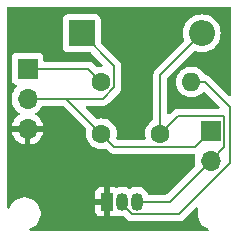
<source format=gtl>
G04 #@! TF.GenerationSoftware,KiCad,Pcbnew,8.0.4*
G04 #@! TF.CreationDate,2024-08-04T13:10:15-04:00*
G04 #@! TF.ProjectId,WormshakerPCB,576f726d-7368-4616-9b65-725043422e6b,rev?*
G04 #@! TF.SameCoordinates,Original*
G04 #@! TF.FileFunction,Copper,L1,Top*
G04 #@! TF.FilePolarity,Positive*
%FSLAX46Y46*%
G04 Gerber Fmt 4.6, Leading zero omitted, Abs format (unit mm)*
G04 Created by KiCad (PCBNEW 8.0.4) date 2024-08-04 13:10:15*
%MOMM*%
%LPD*%
G01*
G04 APERTURE LIST*
G04 #@! TA.AperFunction,ComponentPad*
%ADD10C,1.600000*%
G04 #@! TD*
G04 #@! TA.AperFunction,ComponentPad*
%ADD11R,2.200000X2.200000*%
G04 #@! TD*
G04 #@! TA.AperFunction,ComponentPad*
%ADD12O,2.200000X2.200000*%
G04 #@! TD*
G04 #@! TA.AperFunction,ComponentPad*
%ADD13O,1.600000X1.600000*%
G04 #@! TD*
G04 #@! TA.AperFunction,ComponentPad*
%ADD14O,1.700000X1.700000*%
G04 #@! TD*
G04 #@! TA.AperFunction,ComponentPad*
%ADD15R,1.700000X1.700000*%
G04 #@! TD*
G04 #@! TA.AperFunction,ComponentPad*
%ADD16R,1.050000X1.500000*%
G04 #@! TD*
G04 #@! TA.AperFunction,ComponentPad*
%ADD17O,1.050000X1.500000*%
G04 #@! TD*
G04 #@! TA.AperFunction,Conductor*
%ADD18C,0.200000*%
G04 #@! TD*
G04 APERTURE END LIST*
D10*
X148500000Y-91250000D03*
X153500000Y-91250000D03*
D11*
X146837600Y-82750000D03*
D12*
X156997600Y-82750000D03*
D10*
X148500000Y-86866200D03*
D13*
X156120000Y-86866200D03*
D14*
X157750000Y-93540000D03*
D15*
X157750000Y-91000000D03*
D16*
X148980000Y-97000000D03*
D17*
X150250000Y-97000000D03*
X151520000Y-97000000D03*
D14*
X142250000Y-90830000D03*
X142250000Y-88290000D03*
D15*
X142250000Y-85750000D03*
D18*
X142250000Y-88290000D02*
X144250000Y-88290000D01*
X144250000Y-88290000D02*
X145540000Y-88290000D01*
X146837600Y-82750000D02*
X149600000Y-85512400D01*
X149600000Y-85512400D02*
X149600000Y-87321835D01*
X149600000Y-87321835D02*
X148631835Y-88290000D01*
X148631835Y-88290000D02*
X144250000Y-88290000D01*
X142250000Y-85750000D02*
X147383800Y-85750000D01*
X147383800Y-85750000D02*
X148500000Y-86866200D01*
X145540000Y-88290000D02*
X148500000Y-91250000D01*
X148500000Y-91250000D02*
X149600000Y-92350000D01*
X149600000Y-92350000D02*
X156400000Y-92350000D01*
X156400000Y-92350000D02*
X157750000Y-91000000D01*
X150250000Y-97000000D02*
X150250000Y-97225000D01*
X150250000Y-97225000D02*
X151075000Y-98050000D01*
X151075000Y-98050000D02*
X155100000Y-98050000D01*
X155100000Y-98050000D02*
X159400000Y-93750000D01*
X159400000Y-89014830D02*
X157251370Y-86866200D01*
X159400000Y-93750000D02*
X159400000Y-89014830D01*
X157251370Y-86866200D02*
X156120000Y-86866200D01*
X153500000Y-91250000D02*
X153500000Y-86247600D01*
X153500000Y-86247600D02*
X156997600Y-82750000D01*
X157750000Y-93540000D02*
X158900000Y-92390000D01*
X158900000Y-89850000D02*
X158800000Y-89750000D01*
X155000000Y-89750000D02*
X153500000Y-91250000D01*
X158900000Y-92390000D02*
X158900000Y-89850000D01*
X158800000Y-89750000D02*
X155000000Y-89750000D01*
X151520000Y-97000000D02*
X154290000Y-97000000D01*
X154290000Y-97000000D02*
X157750000Y-93540000D01*
G04 #@! TA.AperFunction,Conductor*
G36*
X159442539Y-80520185D02*
G01*
X159488294Y-80572989D01*
X159499500Y-80624500D01*
X159499500Y-87965732D01*
X159479815Y-88032771D01*
X159427011Y-88078526D01*
X159357853Y-88088470D01*
X159294297Y-88059445D01*
X159287819Y-88053413D01*
X157738960Y-86504555D01*
X157738958Y-86504552D01*
X157620087Y-86385681D01*
X157620086Y-86385680D01*
X157533274Y-86335560D01*
X157533274Y-86335559D01*
X157533270Y-86335558D01*
X157483155Y-86306623D01*
X157330427Y-86265699D01*
X157330425Y-86265699D01*
X157322576Y-86263596D01*
X157323380Y-86260594D01*
X157272919Y-86238256D01*
X157251450Y-86214727D01*
X157250568Y-86213467D01*
X157250568Y-86213466D01*
X157120047Y-86027061D01*
X157120045Y-86027058D01*
X156959141Y-85866154D01*
X156772734Y-85735632D01*
X156772732Y-85735631D01*
X156566497Y-85639461D01*
X156566488Y-85639458D01*
X156346697Y-85580566D01*
X156346693Y-85580565D01*
X156346692Y-85580565D01*
X156346691Y-85580564D01*
X156346686Y-85580564D01*
X156120002Y-85560732D01*
X156119998Y-85560732D01*
X155893313Y-85580564D01*
X155893302Y-85580566D01*
X155673511Y-85639458D01*
X155673502Y-85639461D01*
X155467267Y-85735631D01*
X155467265Y-85735632D01*
X155280858Y-85866154D01*
X155119954Y-86027058D01*
X154989432Y-86213465D01*
X154989431Y-86213467D01*
X154893261Y-86419702D01*
X154893258Y-86419711D01*
X154834366Y-86639502D01*
X154834364Y-86639513D01*
X154814532Y-86866198D01*
X154814532Y-86866201D01*
X154834364Y-87092886D01*
X154834366Y-87092897D01*
X154893258Y-87312688D01*
X154893261Y-87312697D01*
X154989431Y-87518932D01*
X154989432Y-87518934D01*
X155119954Y-87705341D01*
X155280858Y-87866245D01*
X155280861Y-87866247D01*
X155467266Y-87996768D01*
X155673504Y-88092939D01*
X155893308Y-88151835D01*
X156055230Y-88166001D01*
X156119998Y-88171668D01*
X156120000Y-88171668D01*
X156120002Y-88171668D01*
X156176673Y-88166709D01*
X156346692Y-88151835D01*
X156566496Y-88092939D01*
X156772734Y-87996768D01*
X156959139Y-87866247D01*
X157092980Y-87732405D01*
X157154301Y-87698922D01*
X157223993Y-87703906D01*
X157268341Y-87732407D01*
X158473753Y-88937819D01*
X158507238Y-88999142D01*
X158502254Y-89068834D01*
X158460382Y-89124767D01*
X158394918Y-89149184D01*
X158386072Y-89149500D01*
X154920940Y-89149500D01*
X154880019Y-89160464D01*
X154880019Y-89160465D01*
X154842751Y-89170451D01*
X154768214Y-89190423D01*
X154768209Y-89190426D01*
X154631290Y-89269475D01*
X154631282Y-89269481D01*
X154312181Y-89588583D01*
X154250858Y-89622068D01*
X154181166Y-89617084D01*
X154125233Y-89575212D01*
X154100816Y-89509748D01*
X154100500Y-89500902D01*
X154100500Y-86547696D01*
X154120185Y-86480657D01*
X154136814Y-86460020D01*
X156314544Y-84282289D01*
X156375865Y-84248806D01*
X156445557Y-84253790D01*
X156449631Y-84255393D01*
X156501489Y-84276873D01*
X156746452Y-84335683D01*
X156997600Y-84355449D01*
X157248748Y-84335683D01*
X157493711Y-84276873D01*
X157726459Y-84180466D01*
X157941259Y-84048836D01*
X158132824Y-83885224D01*
X158296436Y-83693659D01*
X158428066Y-83478859D01*
X158524473Y-83246111D01*
X158583283Y-83001148D01*
X158603049Y-82750000D01*
X158583283Y-82498852D01*
X158524473Y-82253889D01*
X158428066Y-82021141D01*
X158428066Y-82021140D01*
X158296439Y-81806346D01*
X158296438Y-81806343D01*
X158259475Y-81763066D01*
X158132824Y-81614776D01*
X158006171Y-81506604D01*
X157941256Y-81451161D01*
X157941253Y-81451160D01*
X157726459Y-81319533D01*
X157493710Y-81223126D01*
X157248751Y-81164317D01*
X156997600Y-81144551D01*
X156746448Y-81164317D01*
X156501489Y-81223126D01*
X156268740Y-81319533D01*
X156053946Y-81451160D01*
X156053943Y-81451161D01*
X155862376Y-81614776D01*
X155698761Y-81806343D01*
X155698760Y-81806346D01*
X155567133Y-82021140D01*
X155470726Y-82253889D01*
X155411917Y-82498848D01*
X155392151Y-82750000D01*
X155411917Y-83001151D01*
X155470727Y-83246112D01*
X155470727Y-83246114D01*
X155492187Y-83297923D01*
X155499656Y-83367393D01*
X155468380Y-83429872D01*
X155465307Y-83433056D01*
X153131286Y-85767078D01*
X153019481Y-85878882D01*
X153019479Y-85878885D01*
X152969361Y-85965694D01*
X152969359Y-85965696D01*
X152940425Y-86015809D01*
X152940424Y-86015810D01*
X152924544Y-86075072D01*
X152899499Y-86168543D01*
X152899499Y-86168545D01*
X152899499Y-86336646D01*
X152899500Y-86336659D01*
X152899500Y-90018306D01*
X152879815Y-90085345D01*
X152846623Y-90119881D01*
X152660859Y-90249953D01*
X152499954Y-90410858D01*
X152369432Y-90597265D01*
X152369431Y-90597267D01*
X152273261Y-90803502D01*
X152273258Y-90803511D01*
X152214366Y-91023302D01*
X152214364Y-91023313D01*
X152194532Y-91249998D01*
X152194532Y-91250001D01*
X152214364Y-91476686D01*
X152214366Y-91476697D01*
X152245638Y-91593407D01*
X152243975Y-91663257D01*
X152204812Y-91721119D01*
X152140583Y-91748623D01*
X152125863Y-91749500D01*
X149900097Y-91749500D01*
X149833058Y-91729815D01*
X149812416Y-91713181D01*
X149791941Y-91692706D01*
X149758456Y-91631383D01*
X149759847Y-91572931D01*
X149774850Y-91516941D01*
X149785635Y-91476692D01*
X149805468Y-91250000D01*
X149785635Y-91023308D01*
X149726739Y-90803504D01*
X149630568Y-90597266D01*
X149500047Y-90410861D01*
X149500045Y-90410858D01*
X149339141Y-90249954D01*
X149152734Y-90119432D01*
X149152732Y-90119431D01*
X148946497Y-90023261D01*
X148946488Y-90023258D01*
X148726697Y-89964366D01*
X148726693Y-89964365D01*
X148726692Y-89964365D01*
X148726691Y-89964364D01*
X148726686Y-89964364D01*
X148500002Y-89944532D01*
X148499998Y-89944532D01*
X148273313Y-89964364D01*
X148273302Y-89964366D01*
X148177067Y-89990152D01*
X148107217Y-89988489D01*
X148057293Y-89958058D01*
X147201416Y-89102181D01*
X147167931Y-89040858D01*
X147172915Y-88971166D01*
X147214787Y-88915233D01*
X147280251Y-88890816D01*
X147289097Y-88890500D01*
X148545166Y-88890500D01*
X148545182Y-88890501D01*
X148552778Y-88890501D01*
X148710889Y-88890501D01*
X148710892Y-88890501D01*
X148863620Y-88849577D01*
X148913739Y-88820639D01*
X149000551Y-88770520D01*
X149112355Y-88658716D01*
X149112355Y-88658714D01*
X149122563Y-88648507D01*
X149122565Y-88648504D01*
X149958506Y-87812563D01*
X149958511Y-87812559D01*
X149968714Y-87802355D01*
X149968716Y-87802355D01*
X150080520Y-87690551D01*
X150152623Y-87565664D01*
X150159577Y-87553620D01*
X150200500Y-87400892D01*
X150200500Y-87242778D01*
X150200500Y-85601460D01*
X150200501Y-85601447D01*
X150200501Y-85433344D01*
X150186552Y-85381286D01*
X150159577Y-85280616D01*
X150083878Y-85149500D01*
X150080524Y-85143690D01*
X150080518Y-85143682D01*
X148474418Y-83537582D01*
X148440933Y-83476259D01*
X148438099Y-83449901D01*
X148438099Y-81602129D01*
X148438098Y-81602123D01*
X148438097Y-81602116D01*
X148431691Y-81542517D01*
X148397617Y-81451161D01*
X148381397Y-81407671D01*
X148381393Y-81407664D01*
X148295147Y-81292455D01*
X148295144Y-81292452D01*
X148179935Y-81206206D01*
X148179928Y-81206202D01*
X148045082Y-81155908D01*
X148045083Y-81155908D01*
X147985483Y-81149501D01*
X147985481Y-81149500D01*
X147985473Y-81149500D01*
X147985464Y-81149500D01*
X145689729Y-81149500D01*
X145689723Y-81149501D01*
X145630116Y-81155908D01*
X145495271Y-81206202D01*
X145495264Y-81206206D01*
X145380055Y-81292452D01*
X145380052Y-81292455D01*
X145293806Y-81407664D01*
X145293802Y-81407671D01*
X145243508Y-81542517D01*
X145237101Y-81602116D01*
X145237101Y-81602123D01*
X145237100Y-81602135D01*
X145237100Y-83897870D01*
X145237101Y-83897876D01*
X145243508Y-83957483D01*
X145293802Y-84092328D01*
X145293806Y-84092335D01*
X145380052Y-84207544D01*
X145380055Y-84207547D01*
X145495264Y-84293793D01*
X145495271Y-84293797D01*
X145630117Y-84344091D01*
X145630116Y-84344091D01*
X145637044Y-84344835D01*
X145689727Y-84350500D01*
X147537501Y-84350499D01*
X147604540Y-84370184D01*
X147625182Y-84386818D01*
X148587416Y-85349051D01*
X148620901Y-85410374D01*
X148615917Y-85480065D01*
X148574045Y-85535999D01*
X148508581Y-85560416D01*
X148500179Y-85560716D01*
X148273313Y-85580564D01*
X148273302Y-85580566D01*
X148177067Y-85606352D01*
X148107217Y-85604689D01*
X148057293Y-85574258D01*
X147871390Y-85388355D01*
X147871388Y-85388352D01*
X147752517Y-85269481D01*
X147752516Y-85269480D01*
X147665704Y-85219360D01*
X147665704Y-85219359D01*
X147665700Y-85219358D01*
X147615585Y-85190423D01*
X147462857Y-85149499D01*
X147304743Y-85149499D01*
X147297147Y-85149499D01*
X147297131Y-85149500D01*
X143724499Y-85149500D01*
X143657460Y-85129815D01*
X143611705Y-85077011D01*
X143600499Y-85025500D01*
X143600499Y-84852129D01*
X143600498Y-84852123D01*
X143600497Y-84852116D01*
X143594091Y-84792517D01*
X143543796Y-84657669D01*
X143543795Y-84657668D01*
X143543793Y-84657664D01*
X143457547Y-84542455D01*
X143457544Y-84542452D01*
X143342335Y-84456206D01*
X143342328Y-84456202D01*
X143207482Y-84405908D01*
X143207483Y-84405908D01*
X143147883Y-84399501D01*
X143147881Y-84399500D01*
X143147873Y-84399500D01*
X143147864Y-84399500D01*
X141352129Y-84399500D01*
X141352123Y-84399501D01*
X141292516Y-84405908D01*
X141157671Y-84456202D01*
X141157664Y-84456206D01*
X141042455Y-84542452D01*
X141042452Y-84542455D01*
X140956206Y-84657664D01*
X140956202Y-84657671D01*
X140905908Y-84792517D01*
X140899501Y-84852116D01*
X140899501Y-84852123D01*
X140899500Y-84852135D01*
X140899500Y-86647870D01*
X140899501Y-86647876D01*
X140905908Y-86707483D01*
X140956202Y-86842328D01*
X140956206Y-86842335D01*
X141042452Y-86957544D01*
X141042455Y-86957547D01*
X141157664Y-87043793D01*
X141157671Y-87043797D01*
X141289081Y-87092810D01*
X141345015Y-87134681D01*
X141369432Y-87200145D01*
X141354580Y-87268418D01*
X141333430Y-87296673D01*
X141211503Y-87418600D01*
X141075965Y-87612169D01*
X141075964Y-87612171D01*
X140976098Y-87826335D01*
X140976094Y-87826344D01*
X140914938Y-88054586D01*
X140914936Y-88054596D01*
X140894341Y-88289999D01*
X140894341Y-88290000D01*
X140914936Y-88525403D01*
X140914938Y-88525413D01*
X140976094Y-88753655D01*
X140976096Y-88753659D01*
X140976097Y-88753663D01*
X141039906Y-88890501D01*
X141075965Y-88967830D01*
X141075967Y-88967834D01*
X141211501Y-89161395D01*
X141211506Y-89161402D01*
X141378597Y-89328493D01*
X141378603Y-89328498D01*
X141564594Y-89458730D01*
X141608219Y-89513307D01*
X141615413Y-89582805D01*
X141583890Y-89645160D01*
X141564595Y-89661880D01*
X141378922Y-89791890D01*
X141378920Y-89791891D01*
X141211891Y-89958920D01*
X141211886Y-89958926D01*
X141076400Y-90152420D01*
X141076399Y-90152422D01*
X140976570Y-90366507D01*
X140976567Y-90366513D01*
X140919364Y-90579999D01*
X140919364Y-90580000D01*
X141816988Y-90580000D01*
X141784075Y-90637007D01*
X141750000Y-90764174D01*
X141750000Y-90895826D01*
X141784075Y-91022993D01*
X141816988Y-91080000D01*
X140919364Y-91080000D01*
X140976567Y-91293486D01*
X140976570Y-91293492D01*
X141076399Y-91507578D01*
X141211894Y-91701082D01*
X141378917Y-91868105D01*
X141572421Y-92003600D01*
X141786507Y-92103429D01*
X141786516Y-92103433D01*
X142000000Y-92160634D01*
X142000000Y-91263012D01*
X142057007Y-91295925D01*
X142184174Y-91330000D01*
X142315826Y-91330000D01*
X142442993Y-91295925D01*
X142500000Y-91263012D01*
X142500000Y-92160633D01*
X142713483Y-92103433D01*
X142713492Y-92103429D01*
X142927578Y-92003600D01*
X143121082Y-91868105D01*
X143288105Y-91701082D01*
X143423600Y-91507578D01*
X143523429Y-91293492D01*
X143523432Y-91293486D01*
X143580636Y-91080000D01*
X142683012Y-91080000D01*
X142715925Y-91022993D01*
X142750000Y-90895826D01*
X142750000Y-90764174D01*
X142715925Y-90637007D01*
X142683012Y-90580000D01*
X143580636Y-90580000D01*
X143580635Y-90579999D01*
X143523432Y-90366513D01*
X143523429Y-90366507D01*
X143423600Y-90152422D01*
X143423599Y-90152420D01*
X143288113Y-89958926D01*
X143288108Y-89958920D01*
X143121078Y-89791890D01*
X142935405Y-89661879D01*
X142891780Y-89607302D01*
X142884588Y-89537804D01*
X142916110Y-89475449D01*
X142935406Y-89458730D01*
X143121401Y-89328495D01*
X143288495Y-89161401D01*
X143424035Y-88967830D01*
X143426707Y-88962097D01*
X143472878Y-88909658D01*
X143539091Y-88890500D01*
X144170943Y-88890500D01*
X145239903Y-88890500D01*
X145306942Y-88910185D01*
X145327584Y-88926819D01*
X147208058Y-90807293D01*
X147241543Y-90868616D01*
X147240152Y-90927067D01*
X147214366Y-91023302D01*
X147214364Y-91023313D01*
X147194532Y-91249998D01*
X147194532Y-91250001D01*
X147214364Y-91476686D01*
X147214366Y-91476697D01*
X147273258Y-91696488D01*
X147273261Y-91696497D01*
X147369431Y-91902732D01*
X147369432Y-91902734D01*
X147499954Y-92089141D01*
X147660858Y-92250045D01*
X147660861Y-92250047D01*
X147847266Y-92380568D01*
X148053504Y-92476739D01*
X148273308Y-92535635D01*
X148435230Y-92549801D01*
X148499998Y-92555468D01*
X148500000Y-92555468D01*
X148500002Y-92555468D01*
X148556673Y-92550509D01*
X148726692Y-92535635D01*
X148822932Y-92509847D01*
X148892781Y-92511510D01*
X148942706Y-92541941D01*
X149115139Y-92714374D01*
X149115149Y-92714385D01*
X149119479Y-92718715D01*
X149119480Y-92718716D01*
X149231284Y-92830520D01*
X149231286Y-92830521D01*
X149231290Y-92830524D01*
X149286103Y-92862170D01*
X149286108Y-92862172D01*
X149368209Y-92909574D01*
X149368210Y-92909575D01*
X149368212Y-92909575D01*
X149368215Y-92909577D01*
X149520943Y-92950501D01*
X149520946Y-92950501D01*
X149686653Y-92950501D01*
X149686669Y-92950500D01*
X156313331Y-92950500D01*
X156313347Y-92950501D01*
X156348214Y-92950501D01*
X156415253Y-92970186D01*
X156461008Y-93022990D01*
X156470952Y-93092148D01*
X156467989Y-93106594D01*
X156414938Y-93304586D01*
X156414936Y-93304596D01*
X156394341Y-93539999D01*
X156394341Y-93540000D01*
X156414936Y-93775403D01*
X156414938Y-93775413D01*
X156449327Y-93903756D01*
X156447664Y-93973606D01*
X156417233Y-94023530D01*
X154077584Y-96363181D01*
X154016261Y-96396666D01*
X153989903Y-96399500D01*
X152557310Y-96399500D01*
X152490271Y-96379815D01*
X152444516Y-96327011D01*
X152442749Y-96322953D01*
X152428787Y-96289247D01*
X152428786Y-96289244D01*
X152428784Y-96289241D01*
X152428782Y-96289237D01*
X152316558Y-96121281D01*
X152173718Y-95978441D01*
X152005762Y-95866217D01*
X152005752Y-95866212D01*
X151819127Y-95788909D01*
X151819119Y-95788907D01*
X151621007Y-95749500D01*
X151621003Y-95749500D01*
X151418997Y-95749500D01*
X151418992Y-95749500D01*
X151220880Y-95788907D01*
X151220872Y-95788909D01*
X151034244Y-95866213D01*
X150953891Y-95919904D01*
X150887213Y-95940782D01*
X150819833Y-95922297D01*
X150816109Y-95919904D01*
X150735755Y-95866213D01*
X150549127Y-95788909D01*
X150549119Y-95788907D01*
X150351007Y-95749500D01*
X150351003Y-95749500D01*
X150148997Y-95749500D01*
X150148992Y-95749500D01*
X149950880Y-95788907D01*
X149950868Y-95788910D01*
X149869661Y-95822547D01*
X149800191Y-95830016D01*
X149755140Y-95810405D01*
X149754872Y-95810897D01*
X149749374Y-95807894D01*
X149747895Y-95807251D01*
X149747086Y-95806645D01*
X149612379Y-95756403D01*
X149612372Y-95756401D01*
X149552844Y-95750000D01*
X149230000Y-95750000D01*
X149230000Y-96634134D01*
X149227617Y-96658326D01*
X149224500Y-96673995D01*
X149224500Y-96714170D01*
X149210255Y-96699925D01*
X149124745Y-96650556D01*
X149029370Y-96625000D01*
X148930630Y-96625000D01*
X148835255Y-96650556D01*
X148749745Y-96699925D01*
X148730000Y-96719670D01*
X148730000Y-95750000D01*
X148407155Y-95750000D01*
X148347627Y-95756401D01*
X148347620Y-95756403D01*
X148212913Y-95806645D01*
X148212906Y-95806649D01*
X148097812Y-95892809D01*
X148097809Y-95892812D01*
X148011649Y-96007906D01*
X148011645Y-96007913D01*
X147961403Y-96142620D01*
X147961401Y-96142627D01*
X147955000Y-96202155D01*
X147955000Y-96750000D01*
X148699670Y-96750000D01*
X148679925Y-96769745D01*
X148630556Y-96855255D01*
X148605000Y-96950630D01*
X148605000Y-97049370D01*
X148630556Y-97144745D01*
X148679925Y-97230255D01*
X148699670Y-97250000D01*
X147955000Y-97250000D01*
X147955000Y-97797844D01*
X147961401Y-97857372D01*
X147961403Y-97857379D01*
X148011645Y-97992086D01*
X148011649Y-97992093D01*
X148097809Y-98107187D01*
X148097812Y-98107190D01*
X148212906Y-98193350D01*
X148212913Y-98193354D01*
X148347620Y-98243596D01*
X148347627Y-98243598D01*
X148407155Y-98249999D01*
X148407172Y-98250000D01*
X148730000Y-98250000D01*
X148730000Y-97280330D01*
X148749745Y-97300075D01*
X148835255Y-97349444D01*
X148930630Y-97375000D01*
X149029370Y-97375000D01*
X149124745Y-97349444D01*
X149210255Y-97300075D01*
X149224500Y-97285830D01*
X149224500Y-97326002D01*
X149227617Y-97341671D01*
X149230000Y-97365865D01*
X149230000Y-98250000D01*
X149552828Y-98250000D01*
X149552844Y-98249999D01*
X149612372Y-98243598D01*
X149612376Y-98243597D01*
X149747089Y-98193352D01*
X149747896Y-98192748D01*
X149748845Y-98192393D01*
X149754876Y-98189101D01*
X149755349Y-98189967D01*
X149813360Y-98168329D01*
X149869661Y-98177451D01*
X149950873Y-98211091D01*
X150114288Y-98243596D01*
X150148992Y-98250499D01*
X150148996Y-98250500D01*
X150148997Y-98250500D01*
X150351005Y-98250500D01*
X150357068Y-98249903D01*
X150357245Y-98251703D01*
X150418356Y-98257168D01*
X150460645Y-98284880D01*
X150590139Y-98414374D01*
X150590149Y-98414385D01*
X150594479Y-98418715D01*
X150594480Y-98418716D01*
X150706284Y-98530520D01*
X150719632Y-98538226D01*
X150793095Y-98580639D01*
X150793097Y-98580641D01*
X150843213Y-98609576D01*
X150843215Y-98609577D01*
X150995942Y-98650500D01*
X150995943Y-98650500D01*
X155013331Y-98650500D01*
X155013347Y-98650501D01*
X155020943Y-98650501D01*
X155179054Y-98650501D01*
X155179057Y-98650501D01*
X155331785Y-98609577D01*
X155381904Y-98580639D01*
X155468716Y-98530520D01*
X155580520Y-98418716D01*
X155580520Y-98418714D01*
X155590728Y-98408507D01*
X155590729Y-98408504D01*
X156494310Y-97504923D01*
X156555631Y-97471440D01*
X156625323Y-97476424D01*
X156681256Y-97518296D01*
X156705673Y-97583760D01*
X156699921Y-97630923D01*
X156682752Y-97683763D01*
X156664684Y-97797844D01*
X156649500Y-97893713D01*
X156649500Y-98106287D01*
X156659327Y-98168329D01*
X156677786Y-98284880D01*
X156682754Y-98316243D01*
X156734075Y-98474193D01*
X156748444Y-98518414D01*
X156844951Y-98707820D01*
X156969890Y-98879786D01*
X157120213Y-99030109D01*
X157292179Y-99155048D01*
X157292181Y-99155049D01*
X157292184Y-99155051D01*
X157481588Y-99251557D01*
X157500092Y-99257569D01*
X157557768Y-99297006D01*
X157584966Y-99361365D01*
X157573051Y-99430211D01*
X157525807Y-99481687D01*
X157461774Y-99499500D01*
X142538226Y-99499500D01*
X142471187Y-99479815D01*
X142425432Y-99427011D01*
X142415488Y-99357853D01*
X142444513Y-99294297D01*
X142499906Y-99257569D01*
X142518412Y-99251557D01*
X142707816Y-99155051D01*
X142729789Y-99139086D01*
X142879786Y-99030109D01*
X142879788Y-99030106D01*
X142879792Y-99030104D01*
X143030104Y-98879792D01*
X143030106Y-98879788D01*
X143030109Y-98879786D01*
X143155048Y-98707820D01*
X143155047Y-98707820D01*
X143155051Y-98707816D01*
X143251557Y-98518412D01*
X143317246Y-98316243D01*
X143350500Y-98106287D01*
X143350500Y-97893713D01*
X143317246Y-97683757D01*
X143251557Y-97481588D01*
X143155051Y-97292184D01*
X143155049Y-97292181D01*
X143155048Y-97292179D01*
X143030109Y-97120213D01*
X142879786Y-96969890D01*
X142707820Y-96844951D01*
X142518414Y-96748444D01*
X142518413Y-96748443D01*
X142518412Y-96748443D01*
X142316243Y-96682754D01*
X142316241Y-96682753D01*
X142316240Y-96682753D01*
X142154957Y-96657208D01*
X142106287Y-96649500D01*
X141893713Y-96649500D01*
X141845042Y-96657208D01*
X141683760Y-96682753D01*
X141481585Y-96748444D01*
X141292179Y-96844951D01*
X141120213Y-96969890D01*
X140969890Y-97120213D01*
X140844951Y-97292179D01*
X140748445Y-97481582D01*
X140748443Y-97481587D01*
X140748443Y-97481588D01*
X140742429Y-97500094D01*
X140702992Y-97557768D01*
X140638633Y-97584965D01*
X140569787Y-97573050D01*
X140518312Y-97525805D01*
X140500500Y-97461773D01*
X140500500Y-80624500D01*
X140520185Y-80557461D01*
X140572989Y-80511706D01*
X140624500Y-80500500D01*
X159375500Y-80500500D01*
X159442539Y-80520185D01*
G37*
G04 #@! TD.AperFunction*
M02*

</source>
